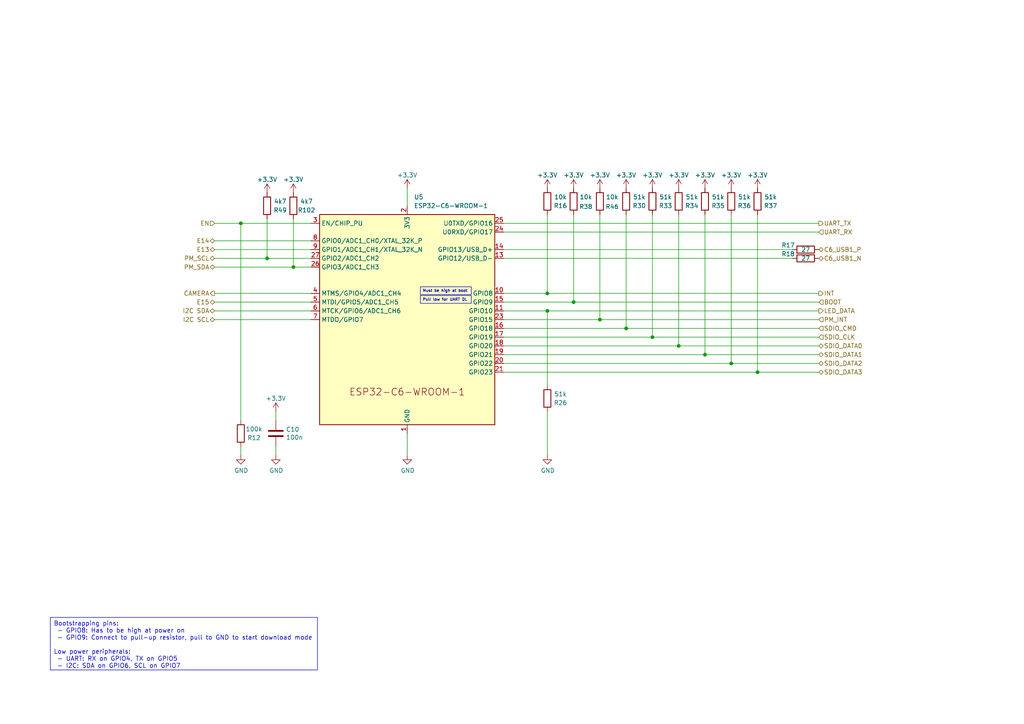
<source format=kicad_sch>
(kicad_sch (version 20231120) (generator "eeschema") (generator_version "8.0")
  (paper "A4")
  (title_block (title "WHY2025 badge") (date "2024-05-22") (rev "Prototype 1") (company "Badge.Team") (comment 1 "Copyright 2024 Nicolai Electronics") (comment 2 "License: CERN-OHL-P") (comment 3 "Untested prototype design") (comment 4 "(Work in progress!)"))
  (lib_symbols
    (symbol "power:+3.3V" (power) (pin_names (offset 0))
      (property "Value" "+3.3V" (at 0 3.556 0))
      (symbol "+3.3V_0_1"
        (polyline (pts (xy -0.762 1.27) (xy 0 2.54)))
        (polyline (pts (xy 0 0) (xy 0 2.54)))
        (polyline (pts (xy 0 2.54) (xy 0.762 1.27)))
      )
      (symbol "+3.3V_1_1"
        (pin power_in line (at 0 0 90) (length 0) hide (name "+3.3V") (number "1"))
      )
    )
    (symbol "symbols2:GND" (power) (pin_names (offset 0))
      (property "Value" "GND" (at 0 -3.81 0))
      (symbol "GND_0_1"
        (polyline (pts (xy 0 0) (xy 0 -1.27) (xy 1.27 -1.27) (xy 0 -2.54) (xy -1.27 -1.27) (xy 0 -1.27)))
      )
      (symbol "GND_1_1"
        (pin power_in line (at 0 0 270) (length 0) hide (name "GND") (number "1"))
      )
    )
    (symbol "symbols:C" (pin_numbers hide) (pin_names (offset 0.254))
      (property "Reference" "C" (at 0.635 2.54 0))
      (property "Value" "C" (at 0.635 -2.54 0))
      (symbol "C_0_1"
        (polyline (pts (xy -2.032 -0.762) (xy 2.032 -0.762)) (stroke (width 0.508)))
        (polyline (pts (xy -2.032 0.762) (xy 2.032 0.762)) (stroke (width 0.508)))
      )
      (symbol "C_1_1"
        (pin passive line (at 0 3.81 270) (length 2.794) (name "~") (number "1"))
        (pin passive line (at 0 -3.81 90) (length 2.794) (name "~") (number "2"))
      )
    )
    (symbol "symbols:ESP32-C6-WROOM-1"
      (property "Reference" "U" (at -25.4 35.56 0))
      (property "Value" "ESP32-C6-WROOM-1" (at -25.4 33.02 0))
      (symbol "ESP32-C6-WROOM-1_0_0"
        (text "ESP32-C6-WROOM-1" (at 0 -20.955 0) (effects (font (size 2 2))))
      )
      (symbol "ESP32-C6-WROOM-1_0_1"
        (rectangle (start -25.4 30.48) (end 25.4 -30.48) (stroke (width 0.254)) (fill (type background)))
      )
      (symbol "ESP32-C6-WROOM-1_1_1"
        (pin power_in line (at 0 -33.02 90) (length 2.54) (name "GND") (number "1"))
        (pin bidirectional line (at 27.94 7.62 180) (length 2.54) (name "GPIO8") (number "10"))
        (pin bidirectional line (at 27.94 2.54 180) (length 2.54) (name "GPIO10") (number "11"))
        (pin bidirectional line (at 0 -33.02 90) (length 2.54) hide (name "GPIO11") (number "12"))
        (pin bidirectional line (at 27.94 17.78 180) (length 2.54) (name "GPIO12/USB_D-") (number "13"))
        (pin bidirectional line (at 27.94 20.32 180) (length 2.54) (name "GPIO13/USB_D+") (number "14"))
        (pin bidirectional line (at 27.94 5.08 180) (length 2.54) (name "GPIO9") (number "15"))
        (pin bidirectional line (at 27.94 -2.54 180) (length 2.54) (name "GPIO18") (number "16"))
        (pin bidirectional line (at 27.94 -5.08 180) (length 2.54) (name "GPIO19") (number "17"))
        (pin bidirectional line (at 27.94 -7.62 180) (length 2.54) (name "GPIO20") (number "18"))
        (pin bidirectional line (at 27.94 -10.16 180) (length 2.54) (name "GPIO21") (number "19"))
        (pin power_in line (at 0 33.02 270) (length 2.54) (name "3V3") (number "2"))
        (pin bidirectional line (at 27.94 -12.7 180) (length 2.54) (name "GPIO22") (number "20"))
        (pin bidirectional line (at 27.94 -15.24 180) (length 2.54) (name "GPIO23") (number "21"))
        (pin no_connect line (at -25.4 -12.7 0) (length 2.54) hide (name "NC") (number "22"))
        (pin bidirectional line (at 27.94 0 180) (length 2.54) (name "GPIO15") (number "23"))
        (pin bidirectional line (at 27.94 25.4 180) (length 2.54) (name "U0RXD/GPIO17") (number "24"))
        (pin bidirectional line (at 27.94 27.94 180) (length 2.54) (name "U0TXD/GPIO16") (number "25"))
        (pin bidirectional line (at -27.94 15.24 0) (length 2.54) (name "GPIO3/ADC1_CH3") (number "26"))
        (pin bidirectional line (at -27.94 17.78 0) (length 2.54) (name "GPIO2/ADC1_CH2") (number "27"))
        (pin passive line (at 0 -33.02 90) (length 2.54) hide (name "GND") (number "28"))
        (pin passive line (at 0 -33.02 90) (length 2.54) hide (name "GND") (number "29"))
        (pin input line (at -27.94 27.94 0) (length 2.54) (name "EN/CHIP_PU") (number "3"))
        (pin bidirectional line (at -27.94 7.62 0) (length 2.54) (name "MTMS/GPIO4/ADC1_CH4") (number "4"))
        (pin bidirectional line (at -27.94 5.08 0) (length 2.54) (name "MTDI/GPIO5/ADC1_CH5") (number "5"))
        (pin bidirectional line (at -27.94 2.54 0) (length 2.54) (name "MTCK/GPIO6/ADC1_CH6") (number "6"))
        (pin bidirectional line (at -27.94 0 0) (length 2.54) (name "MTDO/GPIO7") (number "7"))
        (pin bidirectional line (at -27.94 22.86 0) (length 2.54) (name "GPIO0/ADC1_CH0/XTAL_32K_P") (number "8"))
        (pin bidirectional line (at -27.94 20.32 0) (length 2.54) (name "GPIO1/ADC1_CH1/XTAL_32K_N") (number "9"))
      )
    )
    (symbol "symbols:R" (pin_numbers hide) (pin_names (offset 0))
      (property "Reference" "R" (at 2.032 0 90))
      (property "Value" "R" (at 0 0 90))
      (symbol "R_0_1"
        (rectangle (start -1.016 -2.54) (end 1.016 2.54) (stroke (width 0.254)))
      )
      (symbol "R_1_1"
        (pin passive line (at 0 3.81 270) (length 1.27) (name "~") (number "1"))
        (pin passive line (at 0 -3.81 90) (length 1.27) (name "~") (number "2"))
      )
    )
  )
  (junction (at 173.99 92.71))
  (junction (at 196.85 100.33))
  (junction (at 212.09 105.41))
  (junction (at 189.23 97.79))
  (junction (at 204.47 102.87))
  (junction (at 158.75 85.09))
  (junction (at 166.37 87.63))
  (junction (at 158.75 90.17))
  (junction (at 219.71 107.95))
  (junction (at 181.61 95.25))
  (junction (at 69.85 64.77))
  (junction (at 77.47 74.93))
  (junction (at 85.09 77.47))
  (wire (pts (xy 118.11 125.73) (xy 118.11 132.08)))
  (wire (pts (xy 69.85 64.77) (xy 69.85 121.92)))
  (wire (pts (xy 62.23 64.77) (xy 69.85 64.77)))
  (wire (pts (xy 158.75 62.23) (xy 158.75 85.09)))
  (wire (pts (xy 166.37 62.23) (xy 166.37 87.63)))
  (wire (pts (xy 212.09 62.23) (xy 212.09 105.41)))
  (wire (pts (xy 158.75 90.17) (xy 237.49 90.17)))
  (wire (pts (xy 62.23 85.09) (xy 90.17 85.09)))
  (wire (pts (xy 212.09 105.41) (xy 237.49 105.41)))
  (wire (pts (xy 158.75 119.38) (xy 158.75 132.08)))
  (wire (pts (xy 173.99 92.71) (xy 173.99 62.23)))
  (wire (pts (xy 146.05 74.93) (xy 229.87 74.93)))
  (wire (pts (xy 77.47 63.5) (xy 77.47 74.93)))
  (wire (pts (xy 77.47 74.93) (xy 90.17 74.93)))
  (wire (pts (xy 204.47 102.87) (xy 237.49 102.87)))
  (wire (pts (xy 146.05 105.41) (xy 212.09 105.41)))
  (wire (pts (xy 146.05 100.33) (xy 196.85 100.33)))
  (wire (pts (xy 196.85 100.33) (xy 237.49 100.33)))
  (wire (pts (xy 146.05 97.79) (xy 189.23 97.79)))
  (wire (pts (xy 80.01 129.54) (xy 80.01 132.08)))
  (wire (pts (xy 62.23 87.63) (xy 90.17 87.63)))
  (wire (pts (xy 146.05 107.95) (xy 219.71 107.95)))
  (wire (pts (xy 181.61 62.23) (xy 181.61 95.25)))
  (wire (pts (xy 146.05 67.31) (xy 237.49 67.31)))
  (wire (pts (xy 80.01 119.38) (xy 80.01 121.92)))
  (wire (pts (xy 158.75 90.17) (xy 158.75 111.76)))
  (wire (pts (xy 69.85 64.77) (xy 90.17 64.77)))
  (wire (pts (xy 181.61 95.25) (xy 237.49 95.25)))
  (wire (pts (xy 219.71 107.95) (xy 237.49 107.95)))
  (wire (pts (xy 146.05 102.87) (xy 204.47 102.87)))
  (wire (pts (xy 219.71 62.23) (xy 219.71 107.95)))
  (wire (pts (xy 204.47 62.23) (xy 204.47 102.87)))
  (wire (pts (xy 166.37 87.63) (xy 237.49 87.63)))
  (wire (pts (xy 146.05 90.17) (xy 158.75 90.17)))
  (wire (pts (xy 146.05 64.77) (xy 237.49 64.77)))
  (wire (pts (xy 62.23 92.71) (xy 90.17 92.71)))
  (wire (pts (xy 146.05 85.09) (xy 158.75 85.09)))
  (wire (pts (xy 62.23 74.93) (xy 77.47 74.93)))
  (wire (pts (xy 146.05 95.25) (xy 181.61 95.25)))
  (wire (pts (xy 85.09 77.47) (xy 90.17 77.47)))
  (wire (pts (xy 62.23 69.85) (xy 90.17 69.85)))
  (wire (pts (xy 62.23 77.47) (xy 85.09 77.47)))
  (wire (pts (xy 189.23 97.79) (xy 237.49 97.79)))
  (wire (pts (xy 196.85 62.23) (xy 196.85 100.33)))
  (wire (pts (xy 85.09 63.5) (xy 85.09 77.47)))
  (wire (pts (xy 62.23 90.17) (xy 90.17 90.17)))
  (wire (pts (xy 69.85 129.54) (xy 69.85 132.08)))
  (wire (pts (xy 146.05 87.63) (xy 166.37 87.63)))
  (wire (pts (xy 118.11 54.61) (xy 118.11 59.69)))
  (wire (pts (xy 158.75 85.09) (xy 237.49 85.09)))
  (wire (pts (xy 189.23 62.23) (xy 189.23 97.79)))
  (wire (pts (xy 62.23 72.39) (xy 90.17 72.39)))
  (wire (pts (xy 146.05 72.39) (xy 229.87 72.39)))
  (wire (pts (xy 146.05 92.71) (xy 173.99 92.71)))
  (wire (pts (xy 173.99 92.71) (xy 237.49 92.71)))
  (text_box "Pull low for UART DL" (at 121.92 85.725 0) (size 14.7667 2.25) (effects (font (size 0.8 0.8)) (justify left top)))
  (text_box "Must be high at boot" (at 121.92 83.185 0) (size 14.7667 2.25) (effects (font (size 0.8 0.8)) (justify left top)))
  (text_box "Bootstrapping pins:\n - GPIO8: Has to be high at power on\n - GPIO9: Connect to pull-up resistor, pull to GND to start download mode\n\nLow power peripherals:\n - UART: RX on GPIO4, TX on GPIO5\n - I2C: SDA on GPIO6, SCL on GPIO7" (at 14.605 179.07 0) (size 77.47 15.24) (effects (font (size 1.27 1.27)) (justify left top)))
  (hierarchical_label "I2C SDA" (shape bidirectional) (at 62.23 90.17 180))
  (hierarchical_label "E14" (shape bidirectional) (at 62.23 69.85 180))
  (hierarchical_label "SDIO_DATA0" (shape bidirectional) (at 237.49 100.33 0))
  (hierarchical_label "CAMERA" (shape output) (at 62.23 85.09 180))
  (hierarchical_label "SDIO_CMD" (shape input) (at 237.49 95.25 0))
  (hierarchical_label "SDIO_CLK" (shape input) (at 237.49 97.79 0))
  (hierarchical_label "E13" (shape bidirectional) (at 62.23 72.39 180))
  (hierarchical_label "EN" (shape input) (at 62.23 64.77 180))
  (hierarchical_label "SDIO_DATA2" (shape bidirectional) (at 237.49 105.41 0))
  (hierarchical_label "E15" (shape bidirectional) (at 62.23 87.63 180))
  (hierarchical_label "SDIO_DATA1" (shape bidirectional) (at 237.49 102.87 0))
  (hierarchical_label "UART_RX" (shape input) (at 237.49 67.31 0))
  (hierarchical_label "UART_TX" (shape output) (at 237.49 64.77 0))
  (hierarchical_label "C6_USB1_P" (shape bidirectional) (at 237.49 72.39 0))
  (hierarchical_label "C6_USB1_N" (shape bidirectional) (at 237.49 74.93 0))
  (hierarchical_label "PM_INT" (shape input) (at 237.49 92.71 0))
  (hierarchical_label "INT" (shape output) (at 237.49 85.09 0))
  (hierarchical_label "I2C SCL" (shape bidirectional) (at 62.23 92.71 180))
  (hierarchical_label "SDIO_DATA3" (shape bidirectional) (at 237.49 107.95 0))
  (hierarchical_label "BOOT" (shape input) (at 237.49 87.63 0))
  (hierarchical_label "LED_DATA" (shape output) (at 237.49 90.17 0))
  (hierarchical_label "PM_SCL" (shape bidirectional) (at 62.23 74.93 180))
  (hierarchical_label "PM_SDA" (shape bidirectional) (at 62.23 77.47 180))
  (symbol (lib_id "power:+3.3V") (at 80.01 119.38 0) (unit 1)
    (property "Reference" "#PWR047" (effects (hide yes)))
    (property "Value" "+3.3V" (at 80.01 115.57 0))
    (property "Description" "Power symbol creates a global label with name \"+3.3V\"" (effects (hide yes)))
  )
  (symbol (lib_id "symbols:R") (at 77.47 59.69 0) (mirror y) (unit 1)
    (property "Reference" "R49" (at 81.28 60.96 0))
    (property "Value" "4k7" (at 81.28 58.42 0))
    (property "Footprint" "Resistor_SMD:R_0402_1005Metric" (effects (hide yes)))
    (property "Datasheet" "https://datasheet.lcsc.com/lcsc/2110260030_UNI-ROYAL-Uniroyal-Elec-0402WGF4701TCE_C25900.pdf" (effects (hide yes)))
    (property "LCSC" "C25900" (effects (hide yes)))
  )
  (symbol (lib_id "symbols2:GND") (at 158.75 132.08 0) (unit 1)
    (property "Reference" "#PWR027" (effects (hide yes)))
    (property "Value" "GND" (at 158.877 136.4742 0))
    (property "Description" "Power symbol creates a global label with name \"GND\" , ground" (effects (hide yes)))
  )
  (symbol (lib_id "power:+3.3V") (at 219.71 54.61 0) (unit 1)
    (property "Reference" "#PWR053" (effects (hide yes)))
    (property "Value" "+3.3V" (at 219.71 50.8 0))
    (property "Description" "Power symbol creates a global label with name \"+3.3V\"" (effects (hide yes)))
  )
  (symbol (lib_id "symbols:R") (at 69.85 125.73 0) (mirror y) (unit 1)
    (property "Reference" "R12" (at 73.66 127 0))
    (property "Value" "100k" (at 73.66 124.46 0))
    (property "Footprint" "Resistor_SMD:R_0402_1005Metric" (effects (hide yes)))
    (property "Datasheet" "https://datasheet.lcsc.com/lcsc/2110260030_UNI-ROYAL-Uniroyal-Elec-0402WGF1003TCE_C25741.pdf" (effects (hide yes)))
    (property "LCSC" "C25741" (effects (hide yes)))
  )
  (symbol (lib_id "power:+3.3V") (at 158.75 54.61 0) (unit 1)
    (property "Reference" "#PWR051" (effects (hide yes)))
    (property "Value" "+3.3V" (at 158.75 50.8 0))
    (property "Description" "Power symbol creates a global label with name \"+3.3V\"" (effects (hide yes)))
  )
  (symbol (lib_id "power:+3.3V") (at 77.47 55.88 0) (unit 1)
    (property "Reference" "#PWR0241" (effects (hide yes)))
    (property "Value" "+3.3V" (at 77.47 52.07 0))
    (property "Description" "Power symbol creates a global label with name \"+3.3V\"" (effects (hide yes)))
  )
  (symbol (lib_id "symbols:R") (at 204.47 58.42 0) (mirror y) (unit 1)
    (property "Reference" "R35" (at 208.28 59.69 0))
    (property "Value" "51k" (at 208.28 57.15 0))
    (property "Footprint" "Resistor_SMD:R_0402_1005Metric" (effects (hide yes)))
    (property "Datasheet" "https://www.lcsc.com/product-detail/Chip-Resistor-Surface-Mount_UNI-ROYAL-Uniroyal-Elec-0402WGF5102TCE_C25794.html" (effects (hide yes)))
    (property "LCSC" "C25794" (effects (hide yes)))
  )
  (symbol (lib_id "power:+3.3V") (at 204.47 54.61 0) (unit 1)
    (property "Reference" "#PWR086" (effects (hide yes)))
    (property "Value" "+3.3V" (at 204.47 50.8 0))
    (property "Description" "Power symbol creates a global label with name \"+3.3V\"" (effects (hide yes)))
  )
  (symbol (lib_id "symbols:R") (at 212.09 58.42 0) (mirror y) (unit 1)
    (property "Reference" "R36" (at 215.9 59.69 0))
    (property "Value" "51k" (at 215.9 57.15 0))
    (property "Footprint" "Resistor_SMD:R_0402_1005Metric" (effects (hide yes)))
    (property "Datasheet" "https://www.lcsc.com/product-detail/Chip-Resistor-Surface-Mount_UNI-ROYAL-Uniroyal-Elec-0402WGF5102TCE_C25794.html" (effects (hide yes)))
    (property "LCSC" "C25794" (effects (hide yes)))
  )
  (symbol (lib_id "symbols:R") (at 233.68 74.93 270) (mirror x) (unit 1)
    (property "Reference" "R18" (at 228.6 73.66 90))
    (property "Value" "27" (at 233.68 74.93 90))
    (property "Footprint" "Resistor_SMD:R_0402_1005Metric" (effects (hide yes)))
    (property "Datasheet" "https://datasheet.lcsc.com/lcsc/2205311845_UNI-ROYAL-Uniroyal-Elec-0402WGJ0270TCE_C25156.pdf" (effects (hide yes)))
    (property "LCSC" "C25100" (effects (hide yes)))
  )
  (symbol (lib_id "symbols:R") (at 173.99 58.42 180) (unit 1)
    (property "Reference" "R46" (at 177.546 59.944 0))
    (property "Value" "10k" (at 177.546 57.15 0))
    (property "Footprint" "Resistor_SMD:R_0402_1005Metric" (effects (hide yes)))
    (property "Datasheet" "https://datasheet.lcsc.com/lcsc/2304140030_YAGEO-RC0402FR-0710KL_C60490.pdf" (effects (hide yes)))
    (property "LCSC" "C60490" (effects (hide yes)))
  )
  (symbol (lib_id "power:+3.3V") (at 85.09 55.88 0) (unit 1)
    (property "Reference" "#PWR0244" (effects (hide yes)))
    (property "Value" "+3.3V" (at 85.09 52.07 0))
    (property "Description" "Power symbol creates a global label with name \"+3.3V\"" (effects (hide yes)))
  )
  (symbol (lib_id "power:+3.3V") (at 181.61 54.61 0) (unit 1)
    (property "Reference" "#PWR089" (effects (hide yes)))
    (property "Value" "+3.3V" (at 181.61 50.8 0))
    (property "Description" "Power symbol creates a global label with name \"+3.3V\"" (effects (hide yes)))
  )
  (symbol (lib_id "symbols:R") (at 219.71 58.42 0) (mirror y) (unit 1)
    (property "Reference" "R37" (at 223.52 59.69 0))
    (property "Value" "51k" (at 223.52 57.15 0))
    (property "Footprint" "Resistor_SMD:R_0402_1005Metric" (effects (hide yes)))
    (property "Datasheet" "https://www.lcsc.com/product-detail/Chip-Resistor-Surface-Mount_UNI-ROYAL-Uniroyal-Elec-0402WGF5102TCE_C25794.html" (effects (hide yes)))
    (property "LCSC" "C25794" (effects (hide yes)))
  )
  (symbol (lib_id "symbols:R") (at 158.75 115.57 0) (mirror y) (unit 1)
    (property "Reference" "R26" (at 162.56 116.84 0))
    (property "Value" "51k" (at 162.56 114.3 0))
    (property "Footprint" "Resistor_SMD:R_0402_1005Metric" (effects (hide yes)))
    (property "Datasheet" "https://www.lcsc.com/product-detail/Chip-Resistor-Surface-Mount_UNI-ROYAL-Uniroyal-Elec-0402WGF5102TCE_C25794.html" (effects (hide yes)))
    (property "LCSC" "C25794" (effects (hide yes)))
  )
  (symbol (lib_id "symbols:R") (at 233.68 72.39 270) (unit 1)
    (property "Reference" "R17" (at 228.6 71.12 90))
    (property "Value" "27" (at 233.68 72.39 90))
    (property "Footprint" "Resistor_SMD:R_0402_1005Metric" (effects (hide yes)))
    (property "Datasheet" "https://datasheet.lcsc.com/lcsc/2205311845_UNI-ROYAL-Uniroyal-Elec-0402WGJ0270TCE_C25156.pdf" (effects (hide yes)))
    (property "LCSC" "C25100" (effects (hide yes)))
  )
  (symbol (lib_id "symbols:C") (at 80.01 125.73 0) (unit 1)
    (property "Reference" "C10" (at 82.931 124.5616 0) (effects (justify left)))
    (property "Value" "100n" (at 82.931 126.873 0) (effects (justify left)))
    (property "Footprint" "Capacitor_SMD:C_0402_1005Metric" (effects (hide yes)))
    (property "Datasheet" "https://datasheet.lcsc.com/lcsc/2304140030_Samsung-Electro-Mechanics-CL05B104KB54PNC_C307331.pdf" (effects (hide yes)))
    (property "LCSC" "C307331" (effects (hide yes)))
  )
  (symbol (lib_id "symbols2:GND") (at 80.01 132.08 0) (unit 1)
    (property "Reference" "#PWR048" (effects (hide yes)))
    (property "Value" "GND" (at 80.137 136.4742 0))
    (property "Description" "Power symbol creates a global label with name \"GND\" , ground" (effects (hide yes)))
  )
  (symbol (lib_id "power:+3.3V") (at 118.11 54.61 0) (unit 1)
    (property "Reference" "#PWR049" (effects (hide yes)))
    (property "Value" "+3.3V" (at 118.11 50.8 0))
    (property "Description" "Power symbol creates a global label with name \"+3.3V\"" (effects (hide yes)))
  )
  (symbol (lib_id "power:+3.3V") (at 166.37 54.61 0) (unit 1)
    (property "Reference" "#PWR090" (effects (hide yes)))
    (property "Value" "+3.3V" (at 166.37 50.8 0))
    (property "Description" "Power symbol creates a global label with name \"+3.3V\"" (effects (hide yes)))
  )
  (symbol (lib_id "symbols:R") (at 158.75 58.42 0) (mirror y) (unit 1)
    (property "Reference" "R16" (at 162.56 59.69 0))
    (property "Value" "10k" (at 162.56 57.15 0))
    (property "Footprint" "Resistor_SMD:R_0402_1005Metric" (effects (hide yes)))
    (property "Datasheet" "https://datasheet.lcsc.com/lcsc/2304140030_YAGEO-RC0402FR-0710KL_C60490.pdf" (effects (hide yes)))
    (property "LCSC" "C60490" (effects (hide yes)))
  )
  (symbol (lib_id "symbols:R") (at 181.61 58.42 0) (mirror y) (unit 1)
    (property "Reference" "R30" (at 185.42 59.69 0))
    (property "Value" "51k" (at 185.42 57.15 0))
    (property "Footprint" "Resistor_SMD:R_0402_1005Metric" (effects (hide yes)))
    (property "Datasheet" "https://www.lcsc.com/product-detail/Chip-Resistor-Surface-Mount_UNI-ROYAL-Uniroyal-Elec-0402WGF5102TCE_C25794.html" (effects (hide yes)))
    (property "LCSC" "C25794" (effects (hide yes)))
  )
  (symbol (lib_id "symbols:R") (at 196.85 58.42 0) (mirror y) (unit 1)
    (property "Reference" "R34" (at 200.66 59.69 0))
    (property "Value" "51k" (at 200.66 57.15 0))
    (property "Footprint" "Resistor_SMD:R_0402_1005Metric" (effects (hide yes)))
    (property "Datasheet" "https://www.lcsc.com/product-detail/Chip-Resistor-Surface-Mount_UNI-ROYAL-Uniroyal-Elec-0402WGF5102TCE_C25794.html" (effects (hide yes)))
    (property "LCSC" "C25794" (effects (hide yes)))
  )
  (symbol (lib_id "power:+3.3V") (at 212.09 54.61 0) (unit 1)
    (property "Reference" "#PWR081" (effects (hide yes)))
    (property "Value" "+3.3V" (at 212.09 50.8 0))
    (property "Description" "Power symbol creates a global label with name \"+3.3V\"" (effects (hide yes)))
  )
  (symbol (lib_id "symbols:R") (at 166.37 58.42 180) (unit 1)
    (property "Reference" "R38" (at 169.926 59.944 0))
    (property "Value" "10k" (at 169.926 57.15 0))
    (property "Footprint" "Resistor_SMD:R_0402_1005Metric" (effects (hide yes)))
    (property "Datasheet" "https://datasheet.lcsc.com/lcsc/2304140030_YAGEO-RC0402FR-0710KL_C60490.pdf" (effects (hide yes)))
    (property "LCSC" "C60490" (effects (hide yes)))
  )
  (symbol (lib_id "power:+3.3V") (at 173.99 54.61 0) (unit 1)
    (property "Reference" "#PWR0234" (effects (hide yes)))
    (property "Value" "+3.3V" (at 173.99 50.8 0))
    (property "Description" "Power symbol creates a global label with name \"+3.3V\"" (effects (hide yes)))
  )
  (symbol (lib_id "power:+3.3V") (at 196.85 54.61 0) (unit 1)
    (property "Reference" "#PWR087" (effects (hide yes)))
    (property "Value" "+3.3V" (at 196.85 50.8 0))
    (property "Description" "Power symbol creates a global label with name \"+3.3V\"" (effects (hide yes)))
  )
  (symbol (lib_id "symbols2:GND") (at 118.11 132.08 0) (unit 1)
    (property "Reference" "#PWR050" (effects (hide yes)))
    (property "Value" "GND" (at 118.237 136.4742 0))
    (property "Description" "Power symbol creates a global label with name \"GND\" , ground" (effects (hide yes)))
  )
  (symbol (lib_id "symbols2:GND") (at 69.85 132.08 0) (unit 1)
    (property "Reference" "#PWR026" (effects (hide yes)))
    (property "Value" "GND" (at 69.977 136.4742 0))
    (property "Description" "Power symbol creates a global label with name \"GND\" , ground" (effects (hide yes)))
  )
  (symbol (lib_id "symbols:ESP32-C6-WROOM-1") (at 118.11 92.71 0) (unit 1)
    (property "Reference" "U5" (at 120.0659 57.15 0) (effects (justify left)))
    (property "Value" "ESP32-C6-WROOM-1" (at 120.0659 59.69 0) (effects (justify left)))
    (property "Footprint" "microcontrollers:ESP32-C6-WROOM-1" (effects (hide yes)))
    (property "Datasheet" "https://www.espressif.com/sites/default/files/documentation/esp32-c6-wroom-1_datasheet_en.pdf" (effects (hide yes)))
    (property "LCSC" "C5366877" (effects (hide yes)))
  )
  (symbol (lib_id "symbols:R") (at 85.09 59.69 0) (mirror y) (unit 1)
    (property "Reference" "R102" (at 88.9 60.96 0))
    (property "Value" "4k7" (at 88.9 58.42 0))
    (property "Footprint" "Resistor_SMD:R_0402_1005Metric" (effects (hide yes)))
    (property "Datasheet" "https://datasheet.lcsc.com/lcsc/2110260030_UNI-ROYAL-Uniroyal-Elec-0402WGF4701TCE_C25900.pdf" (effects (hide yes)))
    (property "LCSC" "C25900" (effects (hide yes)))
  )
  (symbol (lib_id "power:+3.3V") (at 189.23 54.61 0) (unit 1)
    (property "Reference" "#PWR088" (effects (hide yes)))
    (property "Value" "+3.3V" (at 189.23 50.8 0))
    (property "Description" "Power symbol creates a global label with name \"+3.3V\"" (effects (hide yes)))
  )
  (symbol (lib_id "symbols:R") (at 189.23 58.42 0) (mirror y) (unit 1)
    (property "Reference" "R33" (at 193.04 59.69 0))
    (property "Value" "51k" (at 193.04 57.15 0))
    (property "Footprint" "Resistor_SMD:R_0402_1005Metric" (effects (hide yes)))
    (property "Datasheet" "https://www.lcsc.com/product-detail/Chip-Resistor-Surface-Mount_UNI-ROYAL-Uniroyal-Elec-0402WGF5102TCE_C25794.html" (effects (hide yes)))
    (property "LCSC" "C25794" (effects (hide yes)))
  )
)
</source>
